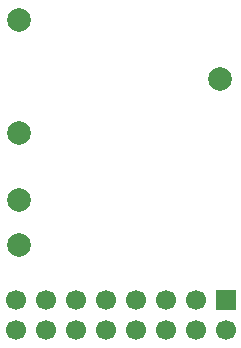
<source format=gbr>
%TF.GenerationSoftware,KiCad,Pcbnew,9.0.2+1*%
%TF.CreationDate,2025-07-26T13:33:15+01:00*%
%TF.ProjectId,ORGNET,4f52474e-4554-42e6-9b69-6361645f7063,1*%
%TF.SameCoordinates,Original*%
%TF.FileFunction,Soldermask,Bot*%
%TF.FilePolarity,Negative*%
%FSLAX46Y46*%
G04 Gerber Fmt 4.6, Leading zero omitted, Abs format (unit mm)*
G04 Created by KiCad (PCBNEW 9.0.2+1) date 2025-07-26 13:33:15*
%MOMM*%
%LPD*%
G01*
G04 APERTURE LIST*
%ADD10R,1.700000X1.700000*%
%ADD11C,1.700000*%
%ADD12C,2.000000*%
G04 APERTURE END LIST*
D10*
%TO.C,J1*%
X161540000Y-111200000D03*
D11*
X161540000Y-113740000D03*
X159000000Y-111200000D03*
X159000000Y-113740000D03*
X156460000Y-111200000D03*
X156460000Y-113740000D03*
X153920000Y-111200000D03*
X153920000Y-113740000D03*
X151380000Y-111200000D03*
X151380000Y-113740000D03*
X148840000Y-111200000D03*
X148840000Y-113740000D03*
X146300000Y-111200000D03*
X146300000Y-113740000D03*
X143760000Y-111200000D03*
X143760000Y-113740000D03*
%TD*%
D12*
%TO.C,TP4*%
X161040000Y-92500000D03*
%TD*%
%TO.C,TP2*%
X144040000Y-102800000D03*
%TD*%
%TO.C,TP1*%
X144040000Y-87500000D03*
%TD*%
%TO.C,TP5*%
X144040000Y-97100000D03*
%TD*%
%TO.C,TP3*%
X144040000Y-106600000D03*
%TD*%
M02*

</source>
